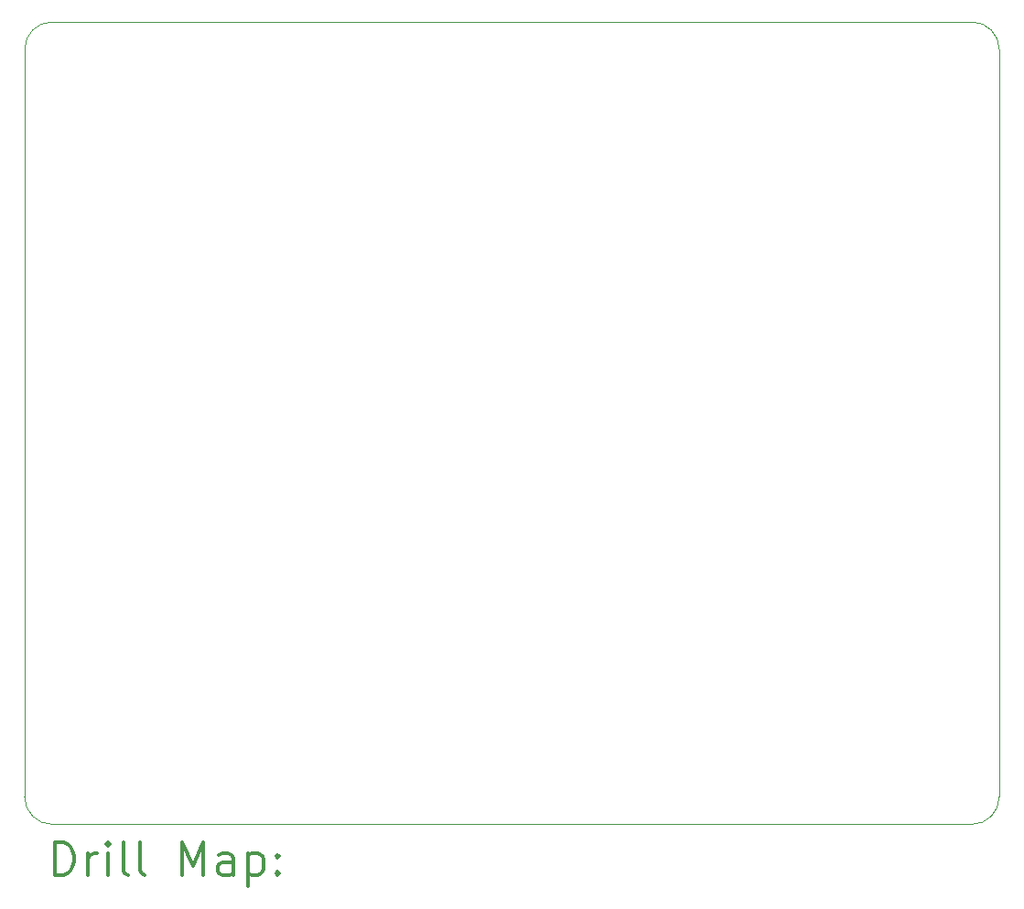
<source format=gbr>
%FSLAX45Y45*%
G04 Gerber Fmt 4.5, Leading zero omitted, Abs format (unit mm)*
G04 Created by KiCad (PCBNEW (5.1.9)-1) date 2021-10-12 14:52:09*
%MOMM*%
%LPD*%
G01*
G04 APERTURE LIST*
%TA.AperFunction,Profile*%
%ADD10C,0.050000*%
%TD*%
%ADD11C,0.200000*%
%ADD12C,0.300000*%
G04 APERTURE END LIST*
D10*
X317500Y-7493000D02*
G75*
G02*
X63500Y-7239000I0J254000D01*
G01*
X9080500Y-7239000D02*
G75*
G02*
X8826500Y-7493000I-254000J0D01*
G01*
X8826500Y-63500D02*
G75*
G02*
X9080500Y-317500I0J-254000D01*
G01*
X63500Y-317500D02*
G75*
G02*
X317500Y-63500I254000J0D01*
G01*
X8826500Y-63500D02*
X317500Y-63500D01*
X9080500Y-7239000D02*
X9080500Y-317500D01*
X317500Y-7493000D02*
X8826500Y-7493000D01*
X63500Y-317500D02*
X63500Y-7239000D01*
D11*
D12*
X347428Y-7961214D02*
X347428Y-7661214D01*
X418857Y-7661214D01*
X461714Y-7675500D01*
X490286Y-7704071D01*
X504571Y-7732643D01*
X518857Y-7789786D01*
X518857Y-7832643D01*
X504571Y-7889786D01*
X490286Y-7918357D01*
X461714Y-7946929D01*
X418857Y-7961214D01*
X347428Y-7961214D01*
X647428Y-7961214D02*
X647428Y-7761214D01*
X647428Y-7818357D02*
X661714Y-7789786D01*
X676000Y-7775500D01*
X704571Y-7761214D01*
X733143Y-7761214D01*
X833143Y-7961214D02*
X833143Y-7761214D01*
X833143Y-7661214D02*
X818857Y-7675500D01*
X833143Y-7689786D01*
X847428Y-7675500D01*
X833143Y-7661214D01*
X833143Y-7689786D01*
X1018857Y-7961214D02*
X990286Y-7946929D01*
X976000Y-7918357D01*
X976000Y-7661214D01*
X1176000Y-7961214D02*
X1147428Y-7946929D01*
X1133143Y-7918357D01*
X1133143Y-7661214D01*
X1518857Y-7961214D02*
X1518857Y-7661214D01*
X1618857Y-7875500D01*
X1718857Y-7661214D01*
X1718857Y-7961214D01*
X1990286Y-7961214D02*
X1990286Y-7804071D01*
X1976000Y-7775500D01*
X1947428Y-7761214D01*
X1890286Y-7761214D01*
X1861714Y-7775500D01*
X1990286Y-7946929D02*
X1961714Y-7961214D01*
X1890286Y-7961214D01*
X1861714Y-7946929D01*
X1847428Y-7918357D01*
X1847428Y-7889786D01*
X1861714Y-7861214D01*
X1890286Y-7846929D01*
X1961714Y-7846929D01*
X1990286Y-7832643D01*
X2133143Y-7761214D02*
X2133143Y-8061214D01*
X2133143Y-7775500D02*
X2161714Y-7761214D01*
X2218857Y-7761214D01*
X2247428Y-7775500D01*
X2261714Y-7789786D01*
X2276000Y-7818357D01*
X2276000Y-7904071D01*
X2261714Y-7932643D01*
X2247428Y-7946929D01*
X2218857Y-7961214D01*
X2161714Y-7961214D01*
X2133143Y-7946929D01*
X2404571Y-7932643D02*
X2418857Y-7946929D01*
X2404571Y-7961214D01*
X2390286Y-7946929D01*
X2404571Y-7932643D01*
X2404571Y-7961214D01*
X2404571Y-7775500D02*
X2418857Y-7789786D01*
X2404571Y-7804071D01*
X2390286Y-7789786D01*
X2404571Y-7775500D01*
X2404571Y-7804071D01*
M02*

</source>
